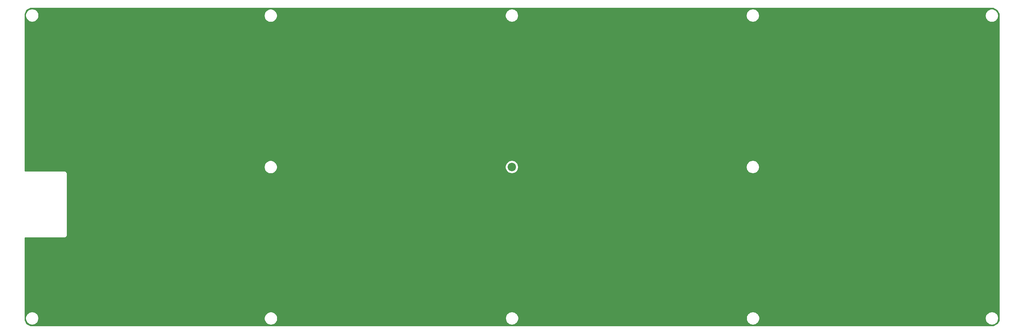
<source format=gbr>
G04 #@! TF.GenerationSoftware,KiCad,Pcbnew,(5.1.4-0-10_14)*
G04 #@! TF.CreationDate,2020-04-12T12:15:55-07:00*
G04 #@! TF.ProjectId,bottom_plate,626f7474-6f6d-45f7-906c-6174652e6b69,rev?*
G04 #@! TF.SameCoordinates,Original*
G04 #@! TF.FileFunction,Copper,L1,Top*
G04 #@! TF.FilePolarity,Positive*
%FSLAX46Y46*%
G04 Gerber Fmt 4.6, Leading zero omitted, Abs format (unit mm)*
G04 Created by KiCad (PCBNEW (5.1.4-0-10_14)) date 2020-04-12 12:15:55*
%MOMM*%
%LPD*%
G04 APERTURE LIST*
%ADD10C,2.200000*%
%ADD11C,0.254000*%
G04 APERTURE END LIST*
D10*
X144881600Y-58699400D03*
D11*
G36*
X271571708Y-17852790D02*
G01*
X272086000Y-18787868D01*
X272086001Y-98754342D01*
X271690733Y-99553662D01*
X270589918Y-100128000D01*
X19224695Y-100128000D01*
X18249020Y-99616933D01*
X17791500Y-98701894D01*
X17791500Y-98050917D01*
X17924600Y-98050917D01*
X17924600Y-98392683D01*
X17991275Y-98727881D01*
X18122063Y-99043631D01*
X18311937Y-99327798D01*
X18553602Y-99569463D01*
X18837769Y-99759337D01*
X19153519Y-99890125D01*
X19488717Y-99956800D01*
X19830483Y-99956800D01*
X20165681Y-99890125D01*
X20481431Y-99759337D01*
X20765598Y-99569463D01*
X21007263Y-99327798D01*
X21197137Y-99043631D01*
X21327925Y-98727881D01*
X21394600Y-98392683D01*
X21394600Y-98076317D01*
X80256200Y-98076317D01*
X80256200Y-98418083D01*
X80322875Y-98753281D01*
X80453663Y-99069031D01*
X80643537Y-99353198D01*
X80885202Y-99594863D01*
X81169369Y-99784737D01*
X81485119Y-99915525D01*
X81820317Y-99982200D01*
X82162083Y-99982200D01*
X82497281Y-99915525D01*
X82813031Y-99784737D01*
X83097198Y-99594863D01*
X83338863Y-99353198D01*
X83528737Y-99069031D01*
X83659525Y-98753281D01*
X83726200Y-98418083D01*
X83726200Y-98076317D01*
X83721148Y-98050917D01*
X143197400Y-98050917D01*
X143197400Y-98392683D01*
X143264075Y-98727881D01*
X143394863Y-99043631D01*
X143584737Y-99327798D01*
X143826402Y-99569463D01*
X144110569Y-99759337D01*
X144426319Y-99890125D01*
X144761517Y-99956800D01*
X145103283Y-99956800D01*
X145438481Y-99890125D01*
X145754231Y-99759337D01*
X146038398Y-99569463D01*
X146280063Y-99327798D01*
X146469937Y-99043631D01*
X146600725Y-98727881D01*
X146667400Y-98392683D01*
X146667400Y-98050917D01*
X206087800Y-98050917D01*
X206087800Y-98392683D01*
X206154475Y-98727881D01*
X206285263Y-99043631D01*
X206475137Y-99327798D01*
X206716802Y-99569463D01*
X207000969Y-99759337D01*
X207316719Y-99890125D01*
X207651917Y-99956800D01*
X207993683Y-99956800D01*
X208328881Y-99890125D01*
X208644631Y-99759337D01*
X208928798Y-99569463D01*
X209170463Y-99327798D01*
X209360337Y-99043631D01*
X209491125Y-98727881D01*
X209557800Y-98392683D01*
X209557800Y-98050917D01*
X268444800Y-98050917D01*
X268444800Y-98392683D01*
X268511475Y-98727881D01*
X268642263Y-99043631D01*
X268832137Y-99327798D01*
X269073802Y-99569463D01*
X269357969Y-99759337D01*
X269673719Y-99890125D01*
X270008917Y-99956800D01*
X270350683Y-99956800D01*
X270685881Y-99890125D01*
X271001631Y-99759337D01*
X271285798Y-99569463D01*
X271527463Y-99327798D01*
X271717337Y-99043631D01*
X271848125Y-98727881D01*
X271914800Y-98392683D01*
X271914800Y-98050917D01*
X271848125Y-97715719D01*
X271717337Y-97399969D01*
X271527463Y-97115802D01*
X271285798Y-96874137D01*
X271001631Y-96684263D01*
X270685881Y-96553475D01*
X270350683Y-96486800D01*
X270008917Y-96486800D01*
X269673719Y-96553475D01*
X269357969Y-96684263D01*
X269073802Y-96874137D01*
X268832137Y-97115802D01*
X268642263Y-97399969D01*
X268511475Y-97715719D01*
X268444800Y-98050917D01*
X209557800Y-98050917D01*
X209491125Y-97715719D01*
X209360337Y-97399969D01*
X209170463Y-97115802D01*
X208928798Y-96874137D01*
X208644631Y-96684263D01*
X208328881Y-96553475D01*
X207993683Y-96486800D01*
X207651917Y-96486800D01*
X207316719Y-96553475D01*
X207000969Y-96684263D01*
X206716802Y-96874137D01*
X206475137Y-97115802D01*
X206285263Y-97399969D01*
X206154475Y-97715719D01*
X206087800Y-98050917D01*
X146667400Y-98050917D01*
X146600725Y-97715719D01*
X146469937Y-97399969D01*
X146280063Y-97115802D01*
X146038398Y-96874137D01*
X145754231Y-96684263D01*
X145438481Y-96553475D01*
X145103283Y-96486800D01*
X144761517Y-96486800D01*
X144426319Y-96553475D01*
X144110569Y-96684263D01*
X143826402Y-96874137D01*
X143584737Y-97115802D01*
X143394863Y-97399969D01*
X143264075Y-97715719D01*
X143197400Y-98050917D01*
X83721148Y-98050917D01*
X83659525Y-97741119D01*
X83528737Y-97425369D01*
X83338863Y-97141202D01*
X83097198Y-96899537D01*
X82813031Y-96709663D01*
X82497281Y-96578875D01*
X82162083Y-96512200D01*
X81820317Y-96512200D01*
X81485119Y-96578875D01*
X81169369Y-96709663D01*
X80885202Y-96899537D01*
X80643537Y-97141202D01*
X80453663Y-97425369D01*
X80322875Y-97741119D01*
X80256200Y-98076317D01*
X21394600Y-98076317D01*
X21394600Y-98050917D01*
X21327925Y-97715719D01*
X21197137Y-97399969D01*
X21007263Y-97115802D01*
X20765598Y-96874137D01*
X20481431Y-96684263D01*
X20165681Y-96553475D01*
X19830483Y-96486800D01*
X19488717Y-96486800D01*
X19153519Y-96553475D01*
X18837769Y-96684263D01*
X18553602Y-96874137D01*
X18311937Y-97115802D01*
X18122063Y-97399969D01*
X17991275Y-97715719D01*
X17924600Y-98050917D01*
X17791500Y-98050917D01*
X17791500Y-77189400D01*
X28057523Y-77189400D01*
X28092400Y-77192835D01*
X28127277Y-77189400D01*
X28231584Y-77179127D01*
X28365420Y-77138528D01*
X28488763Y-77072600D01*
X28596875Y-76983875D01*
X28685600Y-76875763D01*
X28751528Y-76752420D01*
X28792127Y-76618584D01*
X28805835Y-76479400D01*
X28802400Y-76444523D01*
X28802400Y-60499576D01*
X28805835Y-60464700D01*
X28792127Y-60325516D01*
X28751528Y-60191680D01*
X28685600Y-60068337D01*
X28596875Y-59960225D01*
X28488763Y-59871500D01*
X28365420Y-59805572D01*
X28231584Y-59764973D01*
X28127277Y-59754700D01*
X28092400Y-59751265D01*
X28057523Y-59754700D01*
X17791500Y-59754700D01*
X17791500Y-58553917D01*
X80205400Y-58553917D01*
X80205400Y-58895683D01*
X80272075Y-59230881D01*
X80402863Y-59546631D01*
X80592737Y-59830798D01*
X80834402Y-60072463D01*
X81118569Y-60262337D01*
X81434319Y-60393125D01*
X81769517Y-60459800D01*
X82111283Y-60459800D01*
X82446481Y-60393125D01*
X82762231Y-60262337D01*
X83046398Y-60072463D01*
X83288063Y-59830798D01*
X83477937Y-59546631D01*
X83608725Y-59230881D01*
X83675400Y-58895683D01*
X83675400Y-58553917D01*
X83670348Y-58528517D01*
X143146600Y-58528517D01*
X143146600Y-58870283D01*
X143213275Y-59205481D01*
X143344063Y-59521231D01*
X143533937Y-59805398D01*
X143775602Y-60047063D01*
X144059769Y-60236937D01*
X144375519Y-60367725D01*
X144710717Y-60434400D01*
X145052483Y-60434400D01*
X145387681Y-60367725D01*
X145703431Y-60236937D01*
X145987598Y-60047063D01*
X146229263Y-59805398D01*
X146419137Y-59521231D01*
X146549925Y-59205481D01*
X146616600Y-58870283D01*
X146616600Y-58528517D01*
X206037000Y-58528517D01*
X206037000Y-58870283D01*
X206103675Y-59205481D01*
X206234463Y-59521231D01*
X206424337Y-59805398D01*
X206666002Y-60047063D01*
X206950169Y-60236937D01*
X207265919Y-60367725D01*
X207601117Y-60434400D01*
X207942883Y-60434400D01*
X208278081Y-60367725D01*
X208593831Y-60236937D01*
X208877998Y-60047063D01*
X209119663Y-59805398D01*
X209309537Y-59521231D01*
X209440325Y-59205481D01*
X209507000Y-58870283D01*
X209507000Y-58528517D01*
X209440325Y-58193319D01*
X209309537Y-57877569D01*
X209119663Y-57593402D01*
X208877998Y-57351737D01*
X208593831Y-57161863D01*
X208278081Y-57031075D01*
X207942883Y-56964400D01*
X207601117Y-56964400D01*
X207265919Y-57031075D01*
X206950169Y-57161863D01*
X206666002Y-57351737D01*
X206424337Y-57593402D01*
X206234463Y-57877569D01*
X206103675Y-58193319D01*
X206037000Y-58528517D01*
X146616600Y-58528517D01*
X146549925Y-58193319D01*
X146419137Y-57877569D01*
X146229263Y-57593402D01*
X145987598Y-57351737D01*
X145703431Y-57161863D01*
X145387681Y-57031075D01*
X145052483Y-56964400D01*
X144710717Y-56964400D01*
X144375519Y-57031075D01*
X144059769Y-57161863D01*
X143775602Y-57351737D01*
X143533937Y-57593402D01*
X143344063Y-57877569D01*
X143213275Y-58193319D01*
X143146600Y-58528517D01*
X83670348Y-58528517D01*
X83608725Y-58218719D01*
X83477937Y-57902969D01*
X83288063Y-57618802D01*
X83046398Y-57377137D01*
X82762231Y-57187263D01*
X82446481Y-57056475D01*
X82111283Y-56989800D01*
X81769517Y-56989800D01*
X81434319Y-57056475D01*
X81118569Y-57187263D01*
X80834402Y-57377137D01*
X80592737Y-57618802D01*
X80402863Y-57902969D01*
X80272075Y-58218719D01*
X80205400Y-58553917D01*
X17791500Y-58553917D01*
X17791500Y-18968017D01*
X17937300Y-18968017D01*
X17937300Y-19309783D01*
X18003975Y-19644981D01*
X18134763Y-19960731D01*
X18324637Y-20244898D01*
X18566302Y-20486563D01*
X18850469Y-20676437D01*
X19166219Y-20807225D01*
X19501417Y-20873900D01*
X19843183Y-20873900D01*
X20178381Y-20807225D01*
X20494131Y-20676437D01*
X20778298Y-20486563D01*
X21019963Y-20244898D01*
X21209837Y-19960731D01*
X21340625Y-19644981D01*
X21407300Y-19309783D01*
X21407300Y-19006117D01*
X80205400Y-19006117D01*
X80205400Y-19347883D01*
X80272075Y-19683081D01*
X80402863Y-19998831D01*
X80592737Y-20282998D01*
X80834402Y-20524663D01*
X81118569Y-20714537D01*
X81434319Y-20845325D01*
X81769517Y-20912000D01*
X82111283Y-20912000D01*
X82446481Y-20845325D01*
X82762231Y-20714537D01*
X83046398Y-20524663D01*
X83288063Y-20282998D01*
X83477937Y-19998831D01*
X83608725Y-19683081D01*
X83675400Y-19347883D01*
X83675400Y-19006117D01*
X83670348Y-18980717D01*
X143146600Y-18980717D01*
X143146600Y-19322483D01*
X143213275Y-19657681D01*
X143344063Y-19973431D01*
X143533937Y-20257598D01*
X143775602Y-20499263D01*
X144059769Y-20689137D01*
X144375519Y-20819925D01*
X144710717Y-20886600D01*
X145052483Y-20886600D01*
X145387681Y-20819925D01*
X145703431Y-20689137D01*
X145987598Y-20499263D01*
X146229263Y-20257598D01*
X146419137Y-19973431D01*
X146549925Y-19657681D01*
X146616600Y-19322483D01*
X146616600Y-18980717D01*
X206037000Y-18980717D01*
X206037000Y-19322483D01*
X206103675Y-19657681D01*
X206234463Y-19973431D01*
X206424337Y-20257598D01*
X206666002Y-20499263D01*
X206950169Y-20689137D01*
X207265919Y-20819925D01*
X207601117Y-20886600D01*
X207942883Y-20886600D01*
X208278081Y-20819925D01*
X208593831Y-20689137D01*
X208877998Y-20499263D01*
X209119663Y-20257598D01*
X209309537Y-19973431D01*
X209440325Y-19657681D01*
X209507000Y-19322483D01*
X209507000Y-19006117D01*
X268432100Y-19006117D01*
X268432100Y-19347883D01*
X268498775Y-19683081D01*
X268629563Y-19998831D01*
X268819437Y-20282998D01*
X269061102Y-20524663D01*
X269345269Y-20714537D01*
X269661019Y-20845325D01*
X269996217Y-20912000D01*
X270337983Y-20912000D01*
X270673181Y-20845325D01*
X270988931Y-20714537D01*
X271273098Y-20524663D01*
X271514763Y-20282998D01*
X271704637Y-19998831D01*
X271835425Y-19683081D01*
X271902100Y-19347883D01*
X271902100Y-19006117D01*
X271835425Y-18670919D01*
X271704637Y-18355169D01*
X271514763Y-18071002D01*
X271273098Y-17829337D01*
X270988931Y-17639463D01*
X270673181Y-17508675D01*
X270337983Y-17442000D01*
X269996217Y-17442000D01*
X269661019Y-17508675D01*
X269345269Y-17639463D01*
X269061102Y-17829337D01*
X268819437Y-18071002D01*
X268629563Y-18355169D01*
X268498775Y-18670919D01*
X268432100Y-19006117D01*
X209507000Y-19006117D01*
X209507000Y-18980717D01*
X209440325Y-18645519D01*
X209309537Y-18329769D01*
X209119663Y-18045602D01*
X208877998Y-17803937D01*
X208593831Y-17614063D01*
X208278081Y-17483275D01*
X207942883Y-17416600D01*
X207601117Y-17416600D01*
X207265919Y-17483275D01*
X206950169Y-17614063D01*
X206666002Y-17803937D01*
X206424337Y-18045602D01*
X206234463Y-18329769D01*
X206103675Y-18645519D01*
X206037000Y-18980717D01*
X146616600Y-18980717D01*
X146549925Y-18645519D01*
X146419137Y-18329769D01*
X146229263Y-18045602D01*
X145987598Y-17803937D01*
X145703431Y-17614063D01*
X145387681Y-17483275D01*
X145052483Y-17416600D01*
X144710717Y-17416600D01*
X144375519Y-17483275D01*
X144059769Y-17614063D01*
X143775602Y-17803937D01*
X143533937Y-18045602D01*
X143344063Y-18329769D01*
X143213275Y-18645519D01*
X143146600Y-18980717D01*
X83670348Y-18980717D01*
X83608725Y-18670919D01*
X83477937Y-18355169D01*
X83288063Y-18071002D01*
X83046398Y-17829337D01*
X82762231Y-17639463D01*
X82446481Y-17508675D01*
X82111283Y-17442000D01*
X81769517Y-17442000D01*
X81434319Y-17508675D01*
X81118569Y-17639463D01*
X80834402Y-17829337D01*
X80592737Y-18071002D01*
X80402863Y-18355169D01*
X80272075Y-18670919D01*
X80205400Y-19006117D01*
X21407300Y-19006117D01*
X21407300Y-18968017D01*
X21340625Y-18632819D01*
X21209837Y-18317069D01*
X21019963Y-18032902D01*
X20778298Y-17791237D01*
X20494131Y-17601363D01*
X20178381Y-17470575D01*
X19843183Y-17403900D01*
X19501417Y-17403900D01*
X19166219Y-17470575D01*
X18850469Y-17601363D01*
X18566302Y-17791237D01*
X18324637Y-18032902D01*
X18134763Y-18317069D01*
X18003975Y-18632819D01*
X17937300Y-18968017D01*
X17791500Y-18968017D01*
X17791500Y-18765917D01*
X18255719Y-17791058D01*
X19224695Y-17283500D01*
X270575451Y-17283500D01*
X271571708Y-17852790D01*
X271571708Y-17852790D01*
G37*
X271571708Y-17852790D02*
X272086000Y-18787868D01*
X272086001Y-98754342D01*
X271690733Y-99553662D01*
X270589918Y-100128000D01*
X19224695Y-100128000D01*
X18249020Y-99616933D01*
X17791500Y-98701894D01*
X17791500Y-98050917D01*
X17924600Y-98050917D01*
X17924600Y-98392683D01*
X17991275Y-98727881D01*
X18122063Y-99043631D01*
X18311937Y-99327798D01*
X18553602Y-99569463D01*
X18837769Y-99759337D01*
X19153519Y-99890125D01*
X19488717Y-99956800D01*
X19830483Y-99956800D01*
X20165681Y-99890125D01*
X20481431Y-99759337D01*
X20765598Y-99569463D01*
X21007263Y-99327798D01*
X21197137Y-99043631D01*
X21327925Y-98727881D01*
X21394600Y-98392683D01*
X21394600Y-98076317D01*
X80256200Y-98076317D01*
X80256200Y-98418083D01*
X80322875Y-98753281D01*
X80453663Y-99069031D01*
X80643537Y-99353198D01*
X80885202Y-99594863D01*
X81169369Y-99784737D01*
X81485119Y-99915525D01*
X81820317Y-99982200D01*
X82162083Y-99982200D01*
X82497281Y-99915525D01*
X82813031Y-99784737D01*
X83097198Y-99594863D01*
X83338863Y-99353198D01*
X83528737Y-99069031D01*
X83659525Y-98753281D01*
X83726200Y-98418083D01*
X83726200Y-98076317D01*
X83721148Y-98050917D01*
X143197400Y-98050917D01*
X143197400Y-98392683D01*
X143264075Y-98727881D01*
X143394863Y-99043631D01*
X143584737Y-99327798D01*
X143826402Y-99569463D01*
X144110569Y-99759337D01*
X144426319Y-99890125D01*
X144761517Y-99956800D01*
X145103283Y-99956800D01*
X145438481Y-99890125D01*
X145754231Y-99759337D01*
X146038398Y-99569463D01*
X146280063Y-99327798D01*
X146469937Y-99043631D01*
X146600725Y-98727881D01*
X146667400Y-98392683D01*
X146667400Y-98050917D01*
X206087800Y-98050917D01*
X206087800Y-98392683D01*
X206154475Y-98727881D01*
X206285263Y-99043631D01*
X206475137Y-99327798D01*
X206716802Y-99569463D01*
X207000969Y-99759337D01*
X207316719Y-99890125D01*
X207651917Y-99956800D01*
X207993683Y-99956800D01*
X208328881Y-99890125D01*
X208644631Y-99759337D01*
X208928798Y-99569463D01*
X209170463Y-99327798D01*
X209360337Y-99043631D01*
X209491125Y-98727881D01*
X209557800Y-98392683D01*
X209557800Y-98050917D01*
X268444800Y-98050917D01*
X268444800Y-98392683D01*
X268511475Y-98727881D01*
X268642263Y-99043631D01*
X268832137Y-99327798D01*
X269073802Y-99569463D01*
X269357969Y-99759337D01*
X269673719Y-99890125D01*
X270008917Y-99956800D01*
X270350683Y-99956800D01*
X270685881Y-99890125D01*
X271001631Y-99759337D01*
X271285798Y-99569463D01*
X271527463Y-99327798D01*
X271717337Y-99043631D01*
X271848125Y-98727881D01*
X271914800Y-98392683D01*
X271914800Y-98050917D01*
X271848125Y-97715719D01*
X271717337Y-97399969D01*
X271527463Y-97115802D01*
X271285798Y-96874137D01*
X271001631Y-96684263D01*
X270685881Y-96553475D01*
X270350683Y-96486800D01*
X270008917Y-96486800D01*
X269673719Y-96553475D01*
X269357969Y-96684263D01*
X269073802Y-96874137D01*
X268832137Y-97115802D01*
X268642263Y-97399969D01*
X268511475Y-97715719D01*
X268444800Y-98050917D01*
X209557800Y-98050917D01*
X209491125Y-97715719D01*
X209360337Y-97399969D01*
X209170463Y-97115802D01*
X208928798Y-96874137D01*
X208644631Y-96684263D01*
X208328881Y-96553475D01*
X207993683Y-96486800D01*
X207651917Y-96486800D01*
X207316719Y-96553475D01*
X207000969Y-96684263D01*
X206716802Y-96874137D01*
X206475137Y-97115802D01*
X206285263Y-97399969D01*
X206154475Y-97715719D01*
X206087800Y-98050917D01*
X146667400Y-98050917D01*
X146600725Y-97715719D01*
X146469937Y-97399969D01*
X146280063Y-97115802D01*
X146038398Y-96874137D01*
X145754231Y-96684263D01*
X145438481Y-96553475D01*
X145103283Y-96486800D01*
X144761517Y-96486800D01*
X144426319Y-96553475D01*
X144110569Y-96684263D01*
X143826402Y-96874137D01*
X143584737Y-97115802D01*
X143394863Y-97399969D01*
X143264075Y-97715719D01*
X143197400Y-98050917D01*
X83721148Y-98050917D01*
X83659525Y-97741119D01*
X83528737Y-97425369D01*
X83338863Y-97141202D01*
X83097198Y-96899537D01*
X82813031Y-96709663D01*
X82497281Y-96578875D01*
X82162083Y-96512200D01*
X81820317Y-96512200D01*
X81485119Y-96578875D01*
X81169369Y-96709663D01*
X80885202Y-96899537D01*
X80643537Y-97141202D01*
X80453663Y-97425369D01*
X80322875Y-97741119D01*
X80256200Y-98076317D01*
X21394600Y-98076317D01*
X21394600Y-98050917D01*
X21327925Y-97715719D01*
X21197137Y-97399969D01*
X21007263Y-97115802D01*
X20765598Y-96874137D01*
X20481431Y-96684263D01*
X20165681Y-96553475D01*
X19830483Y-96486800D01*
X19488717Y-96486800D01*
X19153519Y-96553475D01*
X18837769Y-96684263D01*
X18553602Y-96874137D01*
X18311937Y-97115802D01*
X18122063Y-97399969D01*
X17991275Y-97715719D01*
X17924600Y-98050917D01*
X17791500Y-98050917D01*
X17791500Y-77189400D01*
X28057523Y-77189400D01*
X28092400Y-77192835D01*
X28127277Y-77189400D01*
X28231584Y-77179127D01*
X28365420Y-77138528D01*
X28488763Y-77072600D01*
X28596875Y-76983875D01*
X28685600Y-76875763D01*
X28751528Y-76752420D01*
X28792127Y-76618584D01*
X28805835Y-76479400D01*
X28802400Y-76444523D01*
X28802400Y-60499576D01*
X28805835Y-60464700D01*
X28792127Y-60325516D01*
X28751528Y-60191680D01*
X28685600Y-60068337D01*
X28596875Y-59960225D01*
X28488763Y-59871500D01*
X28365420Y-59805572D01*
X28231584Y-59764973D01*
X28127277Y-59754700D01*
X28092400Y-59751265D01*
X28057523Y-59754700D01*
X17791500Y-59754700D01*
X17791500Y-58553917D01*
X80205400Y-58553917D01*
X80205400Y-58895683D01*
X80272075Y-59230881D01*
X80402863Y-59546631D01*
X80592737Y-59830798D01*
X80834402Y-60072463D01*
X81118569Y-60262337D01*
X81434319Y-60393125D01*
X81769517Y-60459800D01*
X82111283Y-60459800D01*
X82446481Y-60393125D01*
X82762231Y-60262337D01*
X83046398Y-60072463D01*
X83288063Y-59830798D01*
X83477937Y-59546631D01*
X83608725Y-59230881D01*
X83675400Y-58895683D01*
X83675400Y-58553917D01*
X83670348Y-58528517D01*
X143146600Y-58528517D01*
X143146600Y-58870283D01*
X143213275Y-59205481D01*
X143344063Y-59521231D01*
X143533937Y-59805398D01*
X143775602Y-60047063D01*
X144059769Y-60236937D01*
X144375519Y-60367725D01*
X144710717Y-60434400D01*
X145052483Y-60434400D01*
X145387681Y-60367725D01*
X145703431Y-60236937D01*
X145987598Y-60047063D01*
X146229263Y-59805398D01*
X146419137Y-59521231D01*
X146549925Y-59205481D01*
X146616600Y-58870283D01*
X146616600Y-58528517D01*
X206037000Y-58528517D01*
X206037000Y-58870283D01*
X206103675Y-59205481D01*
X206234463Y-59521231D01*
X206424337Y-59805398D01*
X206666002Y-60047063D01*
X206950169Y-60236937D01*
X207265919Y-60367725D01*
X207601117Y-60434400D01*
X207942883Y-60434400D01*
X208278081Y-60367725D01*
X208593831Y-60236937D01*
X208877998Y-60047063D01*
X209119663Y-59805398D01*
X209309537Y-59521231D01*
X209440325Y-59205481D01*
X209507000Y-58870283D01*
X209507000Y-58528517D01*
X209440325Y-58193319D01*
X209309537Y-57877569D01*
X209119663Y-57593402D01*
X208877998Y-57351737D01*
X208593831Y-57161863D01*
X208278081Y-57031075D01*
X207942883Y-56964400D01*
X207601117Y-56964400D01*
X207265919Y-57031075D01*
X206950169Y-57161863D01*
X206666002Y-57351737D01*
X206424337Y-57593402D01*
X206234463Y-57877569D01*
X206103675Y-58193319D01*
X206037000Y-58528517D01*
X146616600Y-58528517D01*
X146549925Y-58193319D01*
X146419137Y-57877569D01*
X146229263Y-57593402D01*
X145987598Y-57351737D01*
X145703431Y-57161863D01*
X145387681Y-57031075D01*
X145052483Y-56964400D01*
X144710717Y-56964400D01*
X144375519Y-57031075D01*
X144059769Y-57161863D01*
X143775602Y-57351737D01*
X143533937Y-57593402D01*
X143344063Y-57877569D01*
X143213275Y-58193319D01*
X143146600Y-58528517D01*
X83670348Y-58528517D01*
X83608725Y-58218719D01*
X83477937Y-57902969D01*
X83288063Y-57618802D01*
X83046398Y-57377137D01*
X82762231Y-57187263D01*
X82446481Y-57056475D01*
X82111283Y-56989800D01*
X81769517Y-56989800D01*
X81434319Y-57056475D01*
X81118569Y-57187263D01*
X80834402Y-57377137D01*
X80592737Y-57618802D01*
X80402863Y-57902969D01*
X80272075Y-58218719D01*
X80205400Y-58553917D01*
X17791500Y-58553917D01*
X17791500Y-18968017D01*
X17937300Y-18968017D01*
X17937300Y-19309783D01*
X18003975Y-19644981D01*
X18134763Y-19960731D01*
X18324637Y-20244898D01*
X18566302Y-20486563D01*
X18850469Y-20676437D01*
X19166219Y-20807225D01*
X19501417Y-20873900D01*
X19843183Y-20873900D01*
X20178381Y-20807225D01*
X20494131Y-20676437D01*
X20778298Y-20486563D01*
X21019963Y-20244898D01*
X21209837Y-19960731D01*
X21340625Y-19644981D01*
X21407300Y-19309783D01*
X21407300Y-19006117D01*
X80205400Y-19006117D01*
X80205400Y-19347883D01*
X80272075Y-19683081D01*
X80402863Y-19998831D01*
X80592737Y-20282998D01*
X80834402Y-20524663D01*
X81118569Y-20714537D01*
X81434319Y-20845325D01*
X81769517Y-20912000D01*
X82111283Y-20912000D01*
X82446481Y-20845325D01*
X82762231Y-20714537D01*
X83046398Y-20524663D01*
X83288063Y-20282998D01*
X83477937Y-19998831D01*
X83608725Y-19683081D01*
X83675400Y-19347883D01*
X83675400Y-19006117D01*
X83670348Y-18980717D01*
X143146600Y-18980717D01*
X143146600Y-19322483D01*
X143213275Y-19657681D01*
X143344063Y-19973431D01*
X143533937Y-20257598D01*
X143775602Y-20499263D01*
X144059769Y-20689137D01*
X144375519Y-20819925D01*
X144710717Y-20886600D01*
X145052483Y-20886600D01*
X145387681Y-20819925D01*
X145703431Y-20689137D01*
X145987598Y-20499263D01*
X146229263Y-20257598D01*
X146419137Y-19973431D01*
X146549925Y-19657681D01*
X146616600Y-19322483D01*
X146616600Y-18980717D01*
X206037000Y-18980717D01*
X206037000Y-19322483D01*
X206103675Y-19657681D01*
X206234463Y-19973431D01*
X206424337Y-20257598D01*
X206666002Y-20499263D01*
X206950169Y-20689137D01*
X207265919Y-20819925D01*
X207601117Y-20886600D01*
X207942883Y-20886600D01*
X208278081Y-20819925D01*
X208593831Y-20689137D01*
X208877998Y-20499263D01*
X209119663Y-20257598D01*
X209309537Y-19973431D01*
X209440325Y-19657681D01*
X209507000Y-19322483D01*
X209507000Y-19006117D01*
X268432100Y-19006117D01*
X268432100Y-19347883D01*
X268498775Y-19683081D01*
X268629563Y-19998831D01*
X268819437Y-20282998D01*
X269061102Y-20524663D01*
X269345269Y-20714537D01*
X269661019Y-20845325D01*
X269996217Y-20912000D01*
X270337983Y-20912000D01*
X270673181Y-20845325D01*
X270988931Y-20714537D01*
X271273098Y-20524663D01*
X271514763Y-20282998D01*
X271704637Y-19998831D01*
X271835425Y-19683081D01*
X271902100Y-19347883D01*
X271902100Y-19006117D01*
X271835425Y-18670919D01*
X271704637Y-18355169D01*
X271514763Y-18071002D01*
X271273098Y-17829337D01*
X270988931Y-17639463D01*
X270673181Y-17508675D01*
X270337983Y-17442000D01*
X269996217Y-17442000D01*
X269661019Y-17508675D01*
X269345269Y-17639463D01*
X269061102Y-17829337D01*
X268819437Y-18071002D01*
X268629563Y-18355169D01*
X268498775Y-18670919D01*
X268432100Y-19006117D01*
X209507000Y-19006117D01*
X209507000Y-18980717D01*
X209440325Y-18645519D01*
X209309537Y-18329769D01*
X209119663Y-18045602D01*
X208877998Y-17803937D01*
X208593831Y-17614063D01*
X208278081Y-17483275D01*
X207942883Y-17416600D01*
X207601117Y-17416600D01*
X207265919Y-17483275D01*
X206950169Y-17614063D01*
X206666002Y-17803937D01*
X206424337Y-18045602D01*
X206234463Y-18329769D01*
X206103675Y-18645519D01*
X206037000Y-18980717D01*
X146616600Y-18980717D01*
X146549925Y-18645519D01*
X146419137Y-18329769D01*
X146229263Y-18045602D01*
X145987598Y-17803937D01*
X145703431Y-17614063D01*
X145387681Y-17483275D01*
X145052483Y-17416600D01*
X144710717Y-17416600D01*
X144375519Y-17483275D01*
X144059769Y-17614063D01*
X143775602Y-17803937D01*
X143533937Y-18045602D01*
X143344063Y-18329769D01*
X143213275Y-18645519D01*
X143146600Y-18980717D01*
X83670348Y-18980717D01*
X83608725Y-18670919D01*
X83477937Y-18355169D01*
X83288063Y-18071002D01*
X83046398Y-17829337D01*
X82762231Y-17639463D01*
X82446481Y-17508675D01*
X82111283Y-17442000D01*
X81769517Y-17442000D01*
X81434319Y-17508675D01*
X81118569Y-17639463D01*
X80834402Y-17829337D01*
X80592737Y-18071002D01*
X80402863Y-18355169D01*
X80272075Y-18670919D01*
X80205400Y-19006117D01*
X21407300Y-19006117D01*
X21407300Y-18968017D01*
X21340625Y-18632819D01*
X21209837Y-18317069D01*
X21019963Y-18032902D01*
X20778298Y-17791237D01*
X20494131Y-17601363D01*
X20178381Y-17470575D01*
X19843183Y-17403900D01*
X19501417Y-17403900D01*
X19166219Y-17470575D01*
X18850469Y-17601363D01*
X18566302Y-17791237D01*
X18324637Y-18032902D01*
X18134763Y-18317069D01*
X18003975Y-18632819D01*
X17937300Y-18968017D01*
X17791500Y-18968017D01*
X17791500Y-18765917D01*
X18255719Y-17791058D01*
X19224695Y-17283500D01*
X270575451Y-17283500D01*
X271571708Y-17852790D01*
M02*

</source>
